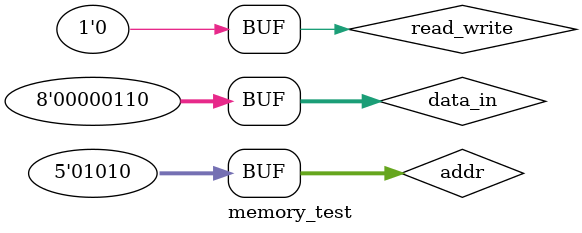
<source format=v>
`timescale 1ns / 1ps


module memory_test;

	// Inputs
	reg [7:0] data_in;
	reg read_write;
	reg [4:0] addr;

	// Outputs
	wire [7:0] data_out;

	// Instantiate the Unit Under Test (UUT)
	memory uut (
		.data_in(data_in), 
		.data_out(data_out), 
		.read_write(read_write), 
		.addr(addr)
	);

	initial begin
		// Initialize Inputs
		data_in = 0;
		read_write = 0;
		addr = 0;

		// Wait 100 ns for global reset to finish
		#100;
        
		// Add stimulus here
		data_in = 6;
		read_write = 1;
		addr =10;

		#100;
		data_in = 6;
		read_write = 0;
		addr =10;
	end
      
endmodule


</source>
